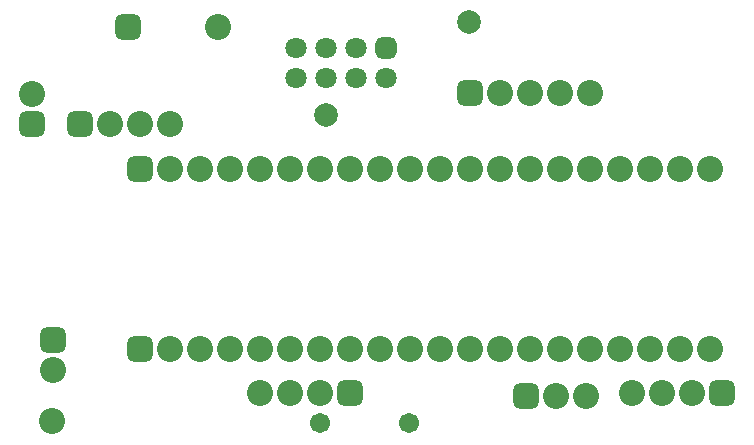
<source format=gbs>
G04*
G04 #@! TF.GenerationSoftware,Altium Limited,Altium Designer,25.4.2 (15)*
G04*
G04 Layer_Color=16711935*
%FSTAX25Y25*%
%MOIN*%
G70*
G04*
G04 #@! TF.SameCoordinates,2C2525F3-303F-437E-BE4D-0CA75C0766EE*
G04*
G04*
G04 #@! TF.FilePolarity,Negative*
G04*
G01*
G75*
%ADD22C,0.07099*%
G04:AMPARAMS|DCode=23|XSize=70.99mil|YSize=70.99mil|CornerRadius=19.75mil|HoleSize=0mil|Usage=FLASHONLY|Rotation=180.000|XOffset=0mil|YOffset=0mil|HoleType=Round|Shape=RoundedRectangle|*
%AMROUNDEDRECTD23*
21,1,0.07099,0.03150,0,0,180.0*
21,1,0.03150,0.07099,0,0,180.0*
1,1,0.03950,-0.01575,0.01575*
1,1,0.03950,0.01575,0.01575*
1,1,0.03950,0.01575,-0.01575*
1,1,0.03950,-0.01575,-0.01575*
%
%ADD23ROUNDEDRECTD23*%
G04:AMPARAMS|DCode=24|XSize=86.74mil|YSize=86.74mil|CornerRadius=23.68mil|HoleSize=0mil|Usage=FLASHONLY|Rotation=0.000|XOffset=0mil|YOffset=0mil|HoleType=Round|Shape=RoundedRectangle|*
%AMROUNDEDRECTD24*
21,1,0.08674,0.03937,0,0,0.0*
21,1,0.03937,0.08674,0,0,0.0*
1,1,0.04737,0.01968,-0.01968*
1,1,0.04737,-0.01968,-0.01968*
1,1,0.04737,-0.01968,0.01968*
1,1,0.04737,0.01968,0.01968*
%
%ADD24ROUNDEDRECTD24*%
%ADD25C,0.08674*%
G04:AMPARAMS|DCode=26|XSize=86.74mil|YSize=86.74mil|CornerRadius=23.68mil|HoleSize=0mil|Usage=FLASHONLY|Rotation=270.000|XOffset=0mil|YOffset=0mil|HoleType=Round|Shape=RoundedRectangle|*
%AMROUNDEDRECTD26*
21,1,0.08674,0.03937,0,0,270.0*
21,1,0.03937,0.08674,0,0,270.0*
1,1,0.04737,-0.01968,-0.01968*
1,1,0.04737,-0.01968,0.01968*
1,1,0.04737,0.01968,0.01968*
1,1,0.04737,0.01968,-0.01968*
%
%ADD26ROUNDEDRECTD26*%
%ADD27C,0.06706*%
%ADD28C,0.07887*%
D22*
X0101Y0138D02*
D03*
Y0128D02*
D03*
X0111Y0138D02*
D03*
Y0128D02*
D03*
X0121Y0138D02*
D03*
Y0128D02*
D03*
X0131D02*
D03*
D23*
Y0138D02*
D03*
D24*
X0159Y0123D02*
D03*
X0029Y01125D02*
D03*
X0049Y0037499D02*
D03*
Y0097499D02*
D03*
X0119Y0022999D02*
D03*
X01775Y0022D02*
D03*
X0243Y0022999D02*
D03*
X0045Y0145D02*
D03*
D25*
X0169Y0123D02*
D03*
X0179D02*
D03*
X0189D02*
D03*
X0199D02*
D03*
X0039Y01125D02*
D03*
X0049D02*
D03*
X0059D02*
D03*
X0239Y0037499D02*
D03*
X0229D02*
D03*
X0219D02*
D03*
X0209D02*
D03*
X0199D02*
D03*
X0189D02*
D03*
X0179D02*
D03*
X0169D02*
D03*
X0159D02*
D03*
X0149D02*
D03*
X0139D02*
D03*
X0129D02*
D03*
X0119D02*
D03*
X0109D02*
D03*
X0099D02*
D03*
X0089D02*
D03*
X0079D02*
D03*
X0069D02*
D03*
X0059D02*
D03*
X0239Y0097499D02*
D03*
X0229D02*
D03*
X0219D02*
D03*
X0209D02*
D03*
X0199D02*
D03*
X0189D02*
D03*
X0179D02*
D03*
X0169D02*
D03*
X0159D02*
D03*
X0149D02*
D03*
X0139D02*
D03*
X0129D02*
D03*
X0119D02*
D03*
X0109D02*
D03*
X0099D02*
D03*
X0089D02*
D03*
X0079D02*
D03*
X0069D02*
D03*
X0059D02*
D03*
X0109Y0022999D02*
D03*
X0099D02*
D03*
X0089D02*
D03*
X01975Y0022D02*
D03*
X01875D02*
D03*
X0233Y0022999D02*
D03*
X0223D02*
D03*
X0213D02*
D03*
X002Y00305D02*
D03*
X0013Y01225D02*
D03*
X0075Y0145D02*
D03*
X00195Y00135D02*
D03*
D26*
X002Y00405D02*
D03*
X0013Y01125D02*
D03*
D27*
X01385Y0013D02*
D03*
X0109D02*
D03*
D28*
X01585Y01465D02*
D03*
X0111Y01155D02*
D03*
M02*

</source>
